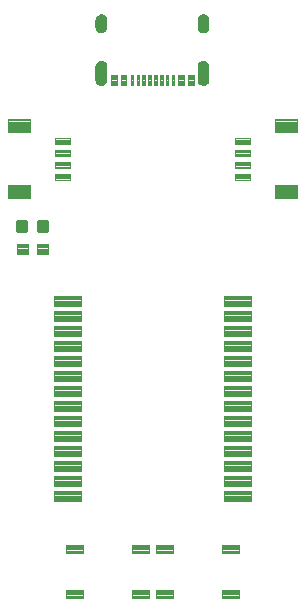
<source format=gtp>
G04 EAGLE Gerber RS-274X export*
G75*
%MOMM*%
%FSLAX34Y34*%
%LPD*%
%INSolderpaste Top*%
%IPPOS*%
%AMOC8*
5,1,8,0,0,1.08239X$1,22.5*%
G01*
%ADD10C,0.102000*%
%ADD11C,0.096000*%
%ADD12C,0.300000*%
%ADD13C,0.099059*%
%ADD14C,0.100000*%
%ADD15C,0.104500*%

G36*
X84004Y442955D02*
X84004Y442955D01*
X84007Y442951D01*
X85115Y443121D01*
X85121Y443127D01*
X85126Y443124D01*
X86168Y443536D01*
X86172Y443543D01*
X86177Y443541D01*
X87102Y444175D01*
X87104Y444183D01*
X87110Y444182D01*
X87870Y445006D01*
X87871Y445014D01*
X87877Y445014D01*
X88434Y445986D01*
X88434Y445990D01*
X88435Y445991D01*
X88433Y445993D01*
X88433Y445994D01*
X88439Y445996D01*
X88766Y447068D01*
X88765Y447073D01*
X88767Y447074D01*
X88765Y447077D01*
X88768Y447079D01*
X88849Y448196D01*
X88848Y448199D01*
X88849Y448200D01*
X88849Y460200D01*
X88844Y460207D01*
X88848Y460211D01*
X88629Y461155D01*
X88623Y461161D01*
X88625Y461166D01*
X88202Y462038D01*
X88194Y462041D01*
X88196Y462047D01*
X87589Y462803D01*
X87581Y462805D01*
X87581Y462811D01*
X86821Y463412D01*
X86812Y463412D01*
X86811Y463418D01*
X85936Y463836D01*
X85928Y463834D01*
X85926Y463839D01*
X84980Y464052D01*
X84973Y464048D01*
X84969Y464053D01*
X84000Y464049D01*
X83999Y464049D01*
X82931Y464030D01*
X82930Y464030D01*
X82929Y464030D01*
X82924Y464026D01*
X82920Y464029D01*
X81883Y463773D01*
X81878Y463766D01*
X81872Y463769D01*
X80918Y463288D01*
X80915Y463281D01*
X80909Y463282D01*
X80086Y462601D01*
X80084Y462593D01*
X80078Y462593D01*
X79427Y461746D01*
X79427Y461738D01*
X79421Y461737D01*
X78974Y460766D01*
X78976Y460758D01*
X78971Y460756D01*
X78752Y459710D01*
X78755Y459703D01*
X78751Y459700D01*
X78751Y447700D01*
X78754Y447695D01*
X78751Y447692D01*
X78931Y446597D01*
X78937Y446591D01*
X78934Y446586D01*
X79353Y445558D01*
X79360Y445554D01*
X79358Y445549D01*
X79996Y444640D01*
X80003Y444638D01*
X80003Y444632D01*
X80826Y443888D01*
X80834Y443887D01*
X80835Y443881D01*
X81803Y443339D01*
X81812Y443340D01*
X81814Y443334D01*
X82878Y443021D01*
X82886Y443024D01*
X82889Y443019D01*
X83997Y442951D01*
X84004Y442955D01*
G37*
G36*
X170502Y442954D02*
X170502Y442954D01*
X170506Y442951D01*
X171551Y443069D01*
X171557Y443075D01*
X171562Y443071D01*
X172556Y443419D01*
X172560Y443426D01*
X172565Y443424D01*
X173457Y443984D01*
X173460Y443991D01*
X173465Y443991D01*
X174209Y444735D01*
X174211Y444743D01*
X174216Y444743D01*
X174776Y445635D01*
X174776Y445642D01*
X174777Y445643D01*
X174781Y445644D01*
X175129Y446638D01*
X175126Y446646D01*
X175131Y446649D01*
X175249Y447695D01*
X175247Y447698D01*
X175249Y447700D01*
X175249Y459700D01*
X175246Y459705D01*
X175249Y459708D01*
X175091Y460704D01*
X175085Y460710D01*
X175088Y460715D01*
X174713Y461651D01*
X174706Y461655D01*
X174708Y461661D01*
X174134Y462490D01*
X174126Y462493D01*
X174127Y462498D01*
X173383Y463179D01*
X173374Y463180D01*
X173374Y463186D01*
X172497Y463684D01*
X172489Y463683D01*
X172486Y463688D01*
X171521Y463979D01*
X171513Y463976D01*
X171510Y463981D01*
X170503Y464049D01*
X170501Y464048D01*
X170500Y464049D01*
X169419Y464040D01*
X169412Y464035D01*
X169408Y464039D01*
X168356Y463790D01*
X168351Y463783D01*
X168346Y463786D01*
X167376Y463309D01*
X167373Y463301D01*
X167367Y463303D01*
X166528Y462622D01*
X166526Y462614D01*
X166520Y462614D01*
X165854Y461764D01*
X165853Y461755D01*
X165848Y461754D01*
X165387Y460777D01*
X165389Y460769D01*
X165384Y460766D01*
X165152Y459711D01*
X165153Y459709D01*
X165155Y459703D01*
X165151Y459700D01*
X165151Y447700D01*
X165155Y447695D01*
X165151Y447692D01*
X165344Y446586D01*
X165350Y446581D01*
X165347Y446576D01*
X165780Y445541D01*
X165787Y445537D01*
X165785Y445532D01*
X166438Y444619D01*
X166446Y444617D01*
X166445Y444611D01*
X167284Y443867D01*
X167293Y443866D01*
X167293Y443861D01*
X168277Y443322D01*
X168285Y443323D01*
X168287Y443318D01*
X169366Y443011D01*
X169374Y443014D01*
X169377Y443009D01*
X170497Y442951D01*
X170502Y442954D01*
G37*
G36*
X84004Y487456D02*
X84004Y487456D01*
X84009Y487452D01*
X85146Y487659D01*
X85152Y487665D01*
X85157Y487662D01*
X86219Y488117D01*
X86223Y488124D01*
X86229Y488122D01*
X87164Y488802D01*
X87166Y488810D01*
X87172Y488809D01*
X87932Y489680D01*
X87932Y489688D01*
X87938Y489689D01*
X88485Y490708D01*
X88484Y490716D01*
X88489Y490718D01*
X88495Y490737D01*
X88508Y490786D01*
X88522Y490836D01*
X88535Y490885D01*
X88549Y490934D01*
X88562Y490983D01*
X88563Y490983D01*
X88562Y490983D01*
X88576Y491033D01*
X88590Y491082D01*
X88603Y491131D01*
X88617Y491180D01*
X88630Y491230D01*
X88644Y491279D01*
X88657Y491328D01*
X88671Y491377D01*
X88685Y491427D01*
X88698Y491476D01*
X88712Y491525D01*
X88796Y491832D01*
X88793Y491840D01*
X88798Y491843D01*
X88849Y492998D01*
X88848Y492999D01*
X88849Y493000D01*
X88849Y499000D01*
X88845Y499006D01*
X88848Y499009D01*
X88636Y500090D01*
X88630Y500095D01*
X88633Y500100D01*
X88186Y501106D01*
X88179Y501110D01*
X88181Y501116D01*
X87521Y501997D01*
X87513Y502000D01*
X87513Y502005D01*
X86674Y502718D01*
X86666Y502718D01*
X86665Y502724D01*
X85688Y503232D01*
X85680Y503231D01*
X85678Y503236D01*
X84613Y503514D01*
X84605Y503511D01*
X84602Y503515D01*
X83502Y503549D01*
X83496Y503546D01*
X83493Y503549D01*
X82418Y503394D01*
X82412Y503388D01*
X82407Y503391D01*
X81393Y503001D01*
X81389Y502994D01*
X81383Y502996D01*
X80481Y502389D01*
X80479Y502381D01*
X80473Y502382D01*
X79729Y501590D01*
X79728Y501582D01*
X79722Y501582D01*
X79173Y500644D01*
X79174Y500636D01*
X79168Y500634D01*
X78841Y499598D01*
X78844Y499590D01*
X78839Y499587D01*
X78751Y498504D01*
X78753Y498501D01*
X78751Y498500D01*
X78751Y492500D01*
X78754Y492496D01*
X78751Y492494D01*
X78901Y491361D01*
X78907Y491355D01*
X78904Y491350D01*
X79302Y490280D01*
X79309Y490276D01*
X79307Y490270D01*
X79934Y489315D01*
X79942Y489312D01*
X79941Y489307D01*
X80764Y488515D01*
X80772Y488514D01*
X80773Y488508D01*
X81752Y487919D01*
X81760Y487920D01*
X81762Y487915D01*
X82847Y487559D01*
X82855Y487562D01*
X82858Y487557D01*
X83995Y487451D01*
X84004Y487456D01*
G37*
G36*
X171142Y487557D02*
X171142Y487557D01*
X171148Y487562D01*
X171153Y487559D01*
X172238Y487915D01*
X172243Y487922D01*
X172248Y487919D01*
X173227Y488508D01*
X173230Y488516D01*
X173236Y488515D01*
X174059Y489307D01*
X174060Y489315D01*
X174066Y489315D01*
X174693Y490270D01*
X174692Y490278D01*
X174698Y490280D01*
X175096Y491350D01*
X175094Y491358D01*
X175099Y491361D01*
X175249Y492494D01*
X175246Y492498D01*
X175249Y492500D01*
X175249Y498500D01*
X175246Y498504D01*
X175249Y498506D01*
X175099Y499639D01*
X175093Y499645D01*
X175096Y499650D01*
X174698Y500720D01*
X174691Y500724D01*
X174693Y500730D01*
X174066Y501685D01*
X174058Y501688D01*
X174059Y501693D01*
X173236Y502485D01*
X173228Y502486D01*
X173227Y502492D01*
X172248Y503081D01*
X172240Y503080D01*
X172238Y503085D01*
X171153Y503441D01*
X171145Y503439D01*
X171142Y503443D01*
X170005Y503549D01*
X169998Y503545D01*
X169994Y503549D01*
X168906Y503404D01*
X168900Y503398D01*
X168895Y503401D01*
X167867Y503018D01*
X167862Y503011D01*
X167857Y503013D01*
X166940Y502410D01*
X166937Y502402D01*
X166931Y502403D01*
X166171Y501611D01*
X166170Y501603D01*
X166164Y501602D01*
X165600Y500661D01*
X165601Y500653D01*
X165595Y500651D01*
X165254Y499608D01*
X165256Y499600D01*
X165252Y499597D01*
X165151Y498505D01*
X165153Y498502D01*
X165151Y498500D01*
X165151Y492500D01*
X165153Y492497D01*
X165151Y492496D01*
X165252Y491403D01*
X165257Y491397D01*
X165254Y491392D01*
X165595Y490349D01*
X165602Y490344D01*
X165600Y490339D01*
X166164Y489398D01*
X166172Y489395D01*
X166171Y489389D01*
X166931Y488597D01*
X166939Y488596D01*
X166940Y488590D01*
X167857Y487988D01*
X167865Y487988D01*
X167867Y487983D01*
X168895Y487599D01*
X168903Y487601D01*
X168906Y487596D01*
X169994Y487451D01*
X170001Y487455D01*
X170005Y487451D01*
X171142Y487557D01*
G37*
D10*
X118510Y452390D02*
X120490Y452390D01*
X120490Y443410D01*
X118510Y443410D01*
X118510Y452390D01*
X118510Y444379D02*
X120490Y444379D01*
X120490Y445348D02*
X118510Y445348D01*
X118510Y446317D02*
X120490Y446317D01*
X120490Y447286D02*
X118510Y447286D01*
X118510Y448255D02*
X120490Y448255D01*
X120490Y449224D02*
X118510Y449224D01*
X118510Y450193D02*
X120490Y450193D01*
X120490Y451162D02*
X118510Y451162D01*
X118510Y452131D02*
X120490Y452131D01*
X123510Y452390D02*
X125490Y452390D01*
X125490Y443410D01*
X123510Y443410D01*
X123510Y452390D01*
X123510Y444379D02*
X125490Y444379D01*
X125490Y445348D02*
X123510Y445348D01*
X123510Y446317D02*
X125490Y446317D01*
X125490Y447286D02*
X123510Y447286D01*
X123510Y448255D02*
X125490Y448255D01*
X125490Y449224D02*
X123510Y449224D01*
X123510Y450193D02*
X125490Y450193D01*
X125490Y451162D02*
X123510Y451162D01*
X123510Y452131D02*
X125490Y452131D01*
X97240Y452390D02*
X92260Y452390D01*
X97240Y452390D02*
X97240Y443410D01*
X92260Y443410D01*
X92260Y452390D01*
X92260Y444379D02*
X97240Y444379D01*
X97240Y445348D02*
X92260Y445348D01*
X92260Y446317D02*
X97240Y446317D01*
X97240Y447286D02*
X92260Y447286D01*
X92260Y448255D02*
X97240Y448255D01*
X97240Y449224D02*
X92260Y449224D01*
X92260Y450193D02*
X97240Y450193D01*
X97240Y451162D02*
X92260Y451162D01*
X92260Y452131D02*
X97240Y452131D01*
X100010Y452390D02*
X104990Y452390D01*
X104990Y443410D01*
X100010Y443410D01*
X100010Y452390D01*
X100010Y444379D02*
X104990Y444379D01*
X104990Y445348D02*
X100010Y445348D01*
X100010Y446317D02*
X104990Y446317D01*
X104990Y447286D02*
X100010Y447286D01*
X100010Y448255D02*
X104990Y448255D01*
X104990Y449224D02*
X100010Y449224D01*
X100010Y450193D02*
X104990Y450193D01*
X104990Y451162D02*
X100010Y451162D01*
X100010Y452131D02*
X104990Y452131D01*
X108510Y452390D02*
X110490Y452390D01*
X110490Y443410D01*
X108510Y443410D01*
X108510Y452390D01*
X108510Y444379D02*
X110490Y444379D01*
X110490Y445348D02*
X108510Y445348D01*
X108510Y446317D02*
X110490Y446317D01*
X110490Y447286D02*
X108510Y447286D01*
X108510Y448255D02*
X110490Y448255D01*
X110490Y449224D02*
X108510Y449224D01*
X108510Y450193D02*
X110490Y450193D01*
X110490Y451162D02*
X108510Y451162D01*
X108510Y452131D02*
X110490Y452131D01*
X113510Y452390D02*
X115490Y452390D01*
X115490Y443410D01*
X113510Y443410D01*
X113510Y452390D01*
X113510Y444379D02*
X115490Y444379D01*
X115490Y445348D02*
X113510Y445348D01*
X113510Y446317D02*
X115490Y446317D01*
X115490Y447286D02*
X113510Y447286D01*
X113510Y448255D02*
X115490Y448255D01*
X115490Y449224D02*
X113510Y449224D01*
X113510Y450193D02*
X115490Y450193D01*
X115490Y451162D02*
X113510Y451162D01*
X113510Y452131D02*
X115490Y452131D01*
X133510Y443410D02*
X135490Y443410D01*
X133510Y443410D02*
X133510Y452390D01*
X135490Y452390D01*
X135490Y443410D01*
X135490Y444379D02*
X133510Y444379D01*
X133510Y445348D02*
X135490Y445348D01*
X135490Y446317D02*
X133510Y446317D01*
X133510Y447286D02*
X135490Y447286D01*
X135490Y448255D02*
X133510Y448255D01*
X133510Y449224D02*
X135490Y449224D01*
X135490Y450193D02*
X133510Y450193D01*
X133510Y451162D02*
X135490Y451162D01*
X135490Y452131D02*
X133510Y452131D01*
X130490Y443410D02*
X128510Y443410D01*
X128510Y452390D01*
X130490Y452390D01*
X130490Y443410D01*
X130490Y444379D02*
X128510Y444379D01*
X128510Y445348D02*
X130490Y445348D01*
X130490Y446317D02*
X128510Y446317D01*
X128510Y447286D02*
X130490Y447286D01*
X130490Y448255D02*
X128510Y448255D01*
X128510Y449224D02*
X130490Y449224D01*
X130490Y450193D02*
X128510Y450193D01*
X128510Y451162D02*
X130490Y451162D01*
X130490Y452131D02*
X128510Y452131D01*
X156760Y443410D02*
X161740Y443410D01*
X156760Y443410D02*
X156760Y452390D01*
X161740Y452390D01*
X161740Y443410D01*
X161740Y444379D02*
X156760Y444379D01*
X156760Y445348D02*
X161740Y445348D01*
X161740Y446317D02*
X156760Y446317D01*
X156760Y447286D02*
X161740Y447286D01*
X161740Y448255D02*
X156760Y448255D01*
X156760Y449224D02*
X161740Y449224D01*
X161740Y450193D02*
X156760Y450193D01*
X156760Y451162D02*
X161740Y451162D01*
X161740Y452131D02*
X156760Y452131D01*
X153990Y443410D02*
X149010Y443410D01*
X149010Y452390D01*
X153990Y452390D01*
X153990Y443410D01*
X153990Y444379D02*
X149010Y444379D01*
X149010Y445348D02*
X153990Y445348D01*
X153990Y446317D02*
X149010Y446317D01*
X149010Y447286D02*
X153990Y447286D01*
X153990Y448255D02*
X149010Y448255D01*
X149010Y449224D02*
X153990Y449224D01*
X153990Y450193D02*
X149010Y450193D01*
X149010Y451162D02*
X153990Y451162D01*
X153990Y452131D02*
X149010Y452131D01*
X145490Y443410D02*
X143510Y443410D01*
X143510Y452390D01*
X145490Y452390D01*
X145490Y443410D01*
X145490Y444379D02*
X143510Y444379D01*
X143510Y445348D02*
X145490Y445348D01*
X145490Y446317D02*
X143510Y446317D01*
X143510Y447286D02*
X145490Y447286D01*
X145490Y448255D02*
X143510Y448255D01*
X143510Y449224D02*
X145490Y449224D01*
X145490Y450193D02*
X143510Y450193D01*
X143510Y451162D02*
X145490Y451162D01*
X145490Y452131D02*
X143510Y452131D01*
X140490Y443410D02*
X138510Y443410D01*
X138510Y452390D01*
X140490Y452390D01*
X140490Y443410D01*
X140490Y444379D02*
X138510Y444379D01*
X138510Y445348D02*
X140490Y445348D01*
X140490Y446317D02*
X138510Y446317D01*
X138510Y447286D02*
X140490Y447286D01*
X140490Y448255D02*
X138510Y448255D01*
X138510Y449224D02*
X140490Y449224D01*
X140490Y450193D02*
X138510Y450193D01*
X138510Y451162D02*
X140490Y451162D01*
X140490Y452131D02*
X138510Y452131D01*
D11*
X4530Y414520D02*
X4530Y403480D01*
X4530Y414520D02*
X23570Y414520D01*
X23570Y403480D01*
X4530Y403480D01*
X4530Y404392D02*
X23570Y404392D01*
X23570Y405304D02*
X4530Y405304D01*
X4530Y406216D02*
X23570Y406216D01*
X23570Y407128D02*
X4530Y407128D01*
X4530Y408040D02*
X23570Y408040D01*
X23570Y408952D02*
X4530Y408952D01*
X4530Y409864D02*
X23570Y409864D01*
X23570Y410776D02*
X4530Y410776D01*
X4530Y411688D02*
X23570Y411688D01*
X23570Y412600D02*
X4530Y412600D01*
X4530Y413512D02*
X23570Y413512D01*
X23570Y414424D02*
X4530Y414424D01*
X4530Y358520D02*
X4530Y347480D01*
X4530Y358520D02*
X23570Y358520D01*
X23570Y347480D01*
X4530Y347480D01*
X4530Y348392D02*
X23570Y348392D01*
X23570Y349304D02*
X4530Y349304D01*
X4530Y350216D02*
X23570Y350216D01*
X23570Y351128D02*
X4530Y351128D01*
X4530Y352040D02*
X23570Y352040D01*
X23570Y352952D02*
X4530Y352952D01*
X4530Y353864D02*
X23570Y353864D01*
X23570Y354776D02*
X4530Y354776D01*
X4530Y355688D02*
X23570Y355688D01*
X23570Y356600D02*
X4530Y356600D01*
X4530Y357512D02*
X23570Y357512D01*
X23570Y358424D02*
X4530Y358424D01*
D10*
X44560Y393510D02*
X44560Y398490D01*
X57040Y398490D01*
X57040Y393510D01*
X44560Y393510D01*
X44560Y394479D02*
X57040Y394479D01*
X57040Y395448D02*
X44560Y395448D01*
X44560Y396417D02*
X57040Y396417D01*
X57040Y397386D02*
X44560Y397386D01*
X44560Y398355D02*
X57040Y398355D01*
X44560Y388490D02*
X44560Y383510D01*
X44560Y388490D02*
X57040Y388490D01*
X57040Y383510D01*
X44560Y383510D01*
X44560Y384479D02*
X57040Y384479D01*
X57040Y385448D02*
X44560Y385448D01*
X44560Y386417D02*
X57040Y386417D01*
X57040Y387386D02*
X44560Y387386D01*
X44560Y388355D02*
X57040Y388355D01*
X44560Y378490D02*
X44560Y373510D01*
X44560Y378490D02*
X57040Y378490D01*
X57040Y373510D01*
X44560Y373510D01*
X44560Y374479D02*
X57040Y374479D01*
X57040Y375448D02*
X44560Y375448D01*
X44560Y376417D02*
X57040Y376417D01*
X57040Y377386D02*
X44560Y377386D01*
X44560Y378355D02*
X57040Y378355D01*
X44560Y368490D02*
X44560Y363510D01*
X44560Y368490D02*
X57040Y368490D01*
X57040Y363510D01*
X44560Y363510D01*
X44560Y364479D02*
X57040Y364479D01*
X57040Y365448D02*
X44560Y365448D01*
X44560Y366417D02*
X57040Y366417D01*
X57040Y367386D02*
X44560Y367386D01*
X44560Y368355D02*
X57040Y368355D01*
D12*
X20130Y327350D02*
X20130Y320350D01*
X13130Y320350D01*
X13130Y327350D01*
X20130Y327350D01*
X20130Y323200D02*
X13130Y323200D01*
X13130Y326050D02*
X20130Y326050D01*
X37670Y327350D02*
X37670Y320350D01*
X30670Y320350D01*
X30670Y327350D01*
X37670Y327350D01*
X37670Y323200D02*
X30670Y323200D01*
X30670Y326050D02*
X37670Y326050D01*
D11*
X249470Y347480D02*
X249470Y358520D01*
X249470Y347480D02*
X230430Y347480D01*
X230430Y358520D01*
X249470Y358520D01*
X249470Y348392D02*
X230430Y348392D01*
X230430Y349304D02*
X249470Y349304D01*
X249470Y350216D02*
X230430Y350216D01*
X230430Y351128D02*
X249470Y351128D01*
X249470Y352040D02*
X230430Y352040D01*
X230430Y352952D02*
X249470Y352952D01*
X249470Y353864D02*
X230430Y353864D01*
X230430Y354776D02*
X249470Y354776D01*
X249470Y355688D02*
X230430Y355688D01*
X230430Y356600D02*
X249470Y356600D01*
X249470Y357512D02*
X230430Y357512D01*
X230430Y358424D02*
X249470Y358424D01*
X249470Y403480D02*
X249470Y414520D01*
X249470Y403480D02*
X230430Y403480D01*
X230430Y414520D01*
X249470Y414520D01*
X249470Y404392D02*
X230430Y404392D01*
X230430Y405304D02*
X249470Y405304D01*
X249470Y406216D02*
X230430Y406216D01*
X230430Y407128D02*
X249470Y407128D01*
X249470Y408040D02*
X230430Y408040D01*
X230430Y408952D02*
X249470Y408952D01*
X249470Y409864D02*
X230430Y409864D01*
X230430Y410776D02*
X249470Y410776D01*
X249470Y411688D02*
X230430Y411688D01*
X230430Y412600D02*
X249470Y412600D01*
X249470Y413512D02*
X230430Y413512D01*
X230430Y414424D02*
X249470Y414424D01*
D10*
X209440Y368490D02*
X209440Y363510D01*
X196960Y363510D01*
X196960Y368490D01*
X209440Y368490D01*
X209440Y364479D02*
X196960Y364479D01*
X196960Y365448D02*
X209440Y365448D01*
X209440Y366417D02*
X196960Y366417D01*
X196960Y367386D02*
X209440Y367386D01*
X209440Y368355D02*
X196960Y368355D01*
X209440Y373510D02*
X209440Y378490D01*
X209440Y373510D02*
X196960Y373510D01*
X196960Y378490D01*
X209440Y378490D01*
X209440Y374479D02*
X196960Y374479D01*
X196960Y375448D02*
X209440Y375448D01*
X209440Y376417D02*
X196960Y376417D01*
X196960Y377386D02*
X209440Y377386D01*
X209440Y378355D02*
X196960Y378355D01*
X209440Y383510D02*
X209440Y388490D01*
X209440Y383510D02*
X196960Y383510D01*
X196960Y388490D01*
X209440Y388490D01*
X209440Y384479D02*
X196960Y384479D01*
X196960Y385448D02*
X209440Y385448D01*
X209440Y386417D02*
X196960Y386417D01*
X196960Y387386D02*
X209440Y387386D01*
X209440Y388355D02*
X196960Y388355D01*
X209440Y393510D02*
X209440Y398490D01*
X209440Y393510D02*
X196960Y393510D01*
X196960Y398490D01*
X209440Y398490D01*
X209440Y394479D02*
X196960Y394479D01*
X196960Y395448D02*
X209440Y395448D01*
X209440Y396417D02*
X196960Y396417D01*
X196960Y397386D02*
X209440Y397386D01*
X209440Y398355D02*
X196960Y398355D01*
D13*
X68085Y54115D02*
X68085Y47485D01*
X53835Y47485D01*
X53835Y54115D01*
X68085Y54115D01*
X68085Y48426D02*
X53835Y48426D01*
X53835Y49367D02*
X68085Y49367D01*
X68085Y50308D02*
X53835Y50308D01*
X53835Y51249D02*
X68085Y51249D01*
X68085Y52190D02*
X53835Y52190D01*
X53835Y53131D02*
X68085Y53131D01*
X68085Y54072D02*
X53835Y54072D01*
X123965Y54115D02*
X123965Y47485D01*
X109715Y47485D01*
X109715Y54115D01*
X123965Y54115D01*
X123965Y48426D02*
X109715Y48426D01*
X109715Y49367D02*
X123965Y49367D01*
X123965Y50308D02*
X109715Y50308D01*
X109715Y51249D02*
X123965Y51249D01*
X123965Y52190D02*
X109715Y52190D01*
X109715Y53131D02*
X123965Y53131D01*
X123965Y54072D02*
X109715Y54072D01*
X68085Y16015D02*
X68085Y9385D01*
X53835Y9385D01*
X53835Y16015D01*
X68085Y16015D01*
X68085Y10326D02*
X53835Y10326D01*
X53835Y11267D02*
X68085Y11267D01*
X68085Y12208D02*
X53835Y12208D01*
X53835Y13149D02*
X68085Y13149D01*
X68085Y14090D02*
X53835Y14090D01*
X53835Y15031D02*
X68085Y15031D01*
X68085Y15972D02*
X53835Y15972D01*
X123965Y16015D02*
X123965Y9385D01*
X109715Y9385D01*
X109715Y16015D01*
X123965Y16015D01*
X123965Y10326D02*
X109715Y10326D01*
X109715Y11267D02*
X123965Y11267D01*
X123965Y12208D02*
X109715Y12208D01*
X109715Y13149D02*
X123965Y13149D01*
X123965Y14090D02*
X109715Y14090D01*
X109715Y15031D02*
X123965Y15031D01*
X123965Y15972D02*
X109715Y15972D01*
X144285Y47485D02*
X144285Y54115D01*
X144285Y47485D02*
X130035Y47485D01*
X130035Y54115D01*
X144285Y54115D01*
X144285Y48426D02*
X130035Y48426D01*
X130035Y49367D02*
X144285Y49367D01*
X144285Y50308D02*
X130035Y50308D01*
X130035Y51249D02*
X144285Y51249D01*
X144285Y52190D02*
X130035Y52190D01*
X130035Y53131D02*
X144285Y53131D01*
X144285Y54072D02*
X130035Y54072D01*
X200165Y54115D02*
X200165Y47485D01*
X185915Y47485D01*
X185915Y54115D01*
X200165Y54115D01*
X200165Y48426D02*
X185915Y48426D01*
X185915Y49367D02*
X200165Y49367D01*
X200165Y50308D02*
X185915Y50308D01*
X185915Y51249D02*
X200165Y51249D01*
X200165Y52190D02*
X185915Y52190D01*
X185915Y53131D02*
X200165Y53131D01*
X200165Y54072D02*
X185915Y54072D01*
X144285Y16015D02*
X144285Y9385D01*
X130035Y9385D01*
X130035Y16015D01*
X144285Y16015D01*
X144285Y10326D02*
X130035Y10326D01*
X130035Y11267D02*
X144285Y11267D01*
X144285Y12208D02*
X130035Y12208D01*
X130035Y13149D02*
X144285Y13149D01*
X144285Y14090D02*
X130035Y14090D01*
X130035Y15031D02*
X144285Y15031D01*
X144285Y15972D02*
X130035Y15972D01*
X200165Y16015D02*
X200165Y9385D01*
X185915Y9385D01*
X185915Y16015D01*
X200165Y16015D01*
X200165Y10326D02*
X185915Y10326D01*
X185915Y11267D02*
X200165Y11267D01*
X200165Y12208D02*
X185915Y12208D01*
X185915Y13149D02*
X200165Y13149D01*
X200165Y14090D02*
X185915Y14090D01*
X185915Y15031D02*
X200165Y15031D01*
X200165Y15972D02*
X185915Y15972D01*
D14*
X38900Y309300D02*
X28900Y309300D01*
X38900Y309300D02*
X38900Y300300D01*
X28900Y300300D01*
X28900Y309300D01*
X28900Y301250D02*
X38900Y301250D01*
X38900Y302200D02*
X28900Y302200D01*
X28900Y303150D02*
X38900Y303150D01*
X38900Y304100D02*
X28900Y304100D01*
X28900Y305050D02*
X38900Y305050D01*
X38900Y306000D02*
X28900Y306000D01*
X28900Y306950D02*
X38900Y306950D01*
X38900Y307900D02*
X28900Y307900D01*
X28900Y308850D02*
X38900Y308850D01*
X21900Y309300D02*
X11900Y309300D01*
X21900Y309300D02*
X21900Y300300D01*
X11900Y300300D01*
X11900Y309300D01*
X11900Y301250D02*
X21900Y301250D01*
X21900Y302200D02*
X11900Y302200D01*
X11900Y303150D02*
X21900Y303150D01*
X21900Y304100D02*
X11900Y304100D01*
X11900Y305050D02*
X21900Y305050D01*
X21900Y306000D02*
X11900Y306000D01*
X11900Y306950D02*
X21900Y306950D01*
X21900Y307900D02*
X11900Y307900D01*
X11900Y308850D02*
X21900Y308850D01*
D15*
X43418Y256122D02*
X66374Y256122D01*
X43418Y256122D02*
X43418Y264578D01*
X66374Y264578D01*
X66374Y256122D01*
X66374Y257115D02*
X43418Y257115D01*
X43418Y258108D02*
X66374Y258108D01*
X66374Y259101D02*
X43418Y259101D01*
X43418Y260094D02*
X66374Y260094D01*
X66374Y261087D02*
X43418Y261087D01*
X43418Y262080D02*
X66374Y262080D01*
X66374Y263073D02*
X43418Y263073D01*
X43418Y264066D02*
X66374Y264066D01*
X66374Y243422D02*
X43418Y243422D01*
X43418Y251878D01*
X66374Y251878D01*
X66374Y243422D01*
X66374Y244415D02*
X43418Y244415D01*
X43418Y245408D02*
X66374Y245408D01*
X66374Y246401D02*
X43418Y246401D01*
X43418Y247394D02*
X66374Y247394D01*
X66374Y248387D02*
X43418Y248387D01*
X43418Y249380D02*
X66374Y249380D01*
X66374Y250373D02*
X43418Y250373D01*
X43418Y251366D02*
X66374Y251366D01*
X66374Y230722D02*
X43418Y230722D01*
X43418Y239178D01*
X66374Y239178D01*
X66374Y230722D01*
X66374Y231715D02*
X43418Y231715D01*
X43418Y232708D02*
X66374Y232708D01*
X66374Y233701D02*
X43418Y233701D01*
X43418Y234694D02*
X66374Y234694D01*
X66374Y235687D02*
X43418Y235687D01*
X43418Y236680D02*
X66374Y236680D01*
X66374Y237673D02*
X43418Y237673D01*
X43418Y238666D02*
X66374Y238666D01*
X66374Y218022D02*
X43418Y218022D01*
X43418Y226478D01*
X66374Y226478D01*
X66374Y218022D01*
X66374Y219015D02*
X43418Y219015D01*
X43418Y220008D02*
X66374Y220008D01*
X66374Y221001D02*
X43418Y221001D01*
X43418Y221994D02*
X66374Y221994D01*
X66374Y222987D02*
X43418Y222987D01*
X43418Y223980D02*
X66374Y223980D01*
X66374Y224973D02*
X43418Y224973D01*
X43418Y225966D02*
X66374Y225966D01*
X66374Y205322D02*
X43418Y205322D01*
X43418Y213778D01*
X66374Y213778D01*
X66374Y205322D01*
X66374Y206315D02*
X43418Y206315D01*
X43418Y207308D02*
X66374Y207308D01*
X66374Y208301D02*
X43418Y208301D01*
X43418Y209294D02*
X66374Y209294D01*
X66374Y210287D02*
X43418Y210287D01*
X43418Y211280D02*
X66374Y211280D01*
X66374Y212273D02*
X43418Y212273D01*
X43418Y213266D02*
X66374Y213266D01*
X66374Y192622D02*
X43418Y192622D01*
X43418Y201078D01*
X66374Y201078D01*
X66374Y192622D01*
X66374Y193615D02*
X43418Y193615D01*
X43418Y194608D02*
X66374Y194608D01*
X66374Y195601D02*
X43418Y195601D01*
X43418Y196594D02*
X66374Y196594D01*
X66374Y197587D02*
X43418Y197587D01*
X43418Y198580D02*
X66374Y198580D01*
X66374Y199573D02*
X43418Y199573D01*
X43418Y200566D02*
X66374Y200566D01*
X66374Y179922D02*
X43418Y179922D01*
X43418Y188378D01*
X66374Y188378D01*
X66374Y179922D01*
X66374Y180915D02*
X43418Y180915D01*
X43418Y181908D02*
X66374Y181908D01*
X66374Y182901D02*
X43418Y182901D01*
X43418Y183894D02*
X66374Y183894D01*
X66374Y184887D02*
X43418Y184887D01*
X43418Y185880D02*
X66374Y185880D01*
X66374Y186873D02*
X43418Y186873D01*
X43418Y187866D02*
X66374Y187866D01*
X66374Y167222D02*
X43418Y167222D01*
X43418Y175678D01*
X66374Y175678D01*
X66374Y167222D01*
X66374Y168215D02*
X43418Y168215D01*
X43418Y169208D02*
X66374Y169208D01*
X66374Y170201D02*
X43418Y170201D01*
X43418Y171194D02*
X66374Y171194D01*
X66374Y172187D02*
X43418Y172187D01*
X43418Y173180D02*
X66374Y173180D01*
X66374Y174173D02*
X43418Y174173D01*
X43418Y175166D02*
X66374Y175166D01*
X66374Y154522D02*
X43418Y154522D01*
X43418Y162978D01*
X66374Y162978D01*
X66374Y154522D01*
X66374Y155515D02*
X43418Y155515D01*
X43418Y156508D02*
X66374Y156508D01*
X66374Y157501D02*
X43418Y157501D01*
X43418Y158494D02*
X66374Y158494D01*
X66374Y159487D02*
X43418Y159487D01*
X43418Y160480D02*
X66374Y160480D01*
X66374Y161473D02*
X43418Y161473D01*
X43418Y162466D02*
X66374Y162466D01*
X66374Y141822D02*
X43418Y141822D01*
X43418Y150278D01*
X66374Y150278D01*
X66374Y141822D01*
X66374Y142815D02*
X43418Y142815D01*
X43418Y143808D02*
X66374Y143808D01*
X66374Y144801D02*
X43418Y144801D01*
X43418Y145794D02*
X66374Y145794D01*
X66374Y146787D02*
X43418Y146787D01*
X43418Y147780D02*
X66374Y147780D01*
X66374Y148773D02*
X43418Y148773D01*
X43418Y149766D02*
X66374Y149766D01*
X66374Y129122D02*
X43418Y129122D01*
X43418Y137578D01*
X66374Y137578D01*
X66374Y129122D01*
X66374Y130115D02*
X43418Y130115D01*
X43418Y131108D02*
X66374Y131108D01*
X66374Y132101D02*
X43418Y132101D01*
X43418Y133094D02*
X66374Y133094D01*
X66374Y134087D02*
X43418Y134087D01*
X43418Y135080D02*
X66374Y135080D01*
X66374Y136073D02*
X43418Y136073D01*
X43418Y137066D02*
X66374Y137066D01*
X66374Y116422D02*
X43418Y116422D01*
X43418Y124878D01*
X66374Y124878D01*
X66374Y116422D01*
X66374Y117415D02*
X43418Y117415D01*
X43418Y118408D02*
X66374Y118408D01*
X66374Y119401D02*
X43418Y119401D01*
X43418Y120394D02*
X66374Y120394D01*
X66374Y121387D02*
X43418Y121387D01*
X43418Y122380D02*
X66374Y122380D01*
X66374Y123373D02*
X43418Y123373D01*
X43418Y124366D02*
X66374Y124366D01*
X66374Y103722D02*
X43418Y103722D01*
X43418Y112178D01*
X66374Y112178D01*
X66374Y103722D01*
X66374Y104715D02*
X43418Y104715D01*
X43418Y105708D02*
X66374Y105708D01*
X66374Y106701D02*
X43418Y106701D01*
X43418Y107694D02*
X66374Y107694D01*
X66374Y108687D02*
X43418Y108687D01*
X43418Y109680D02*
X66374Y109680D01*
X66374Y110673D02*
X43418Y110673D01*
X43418Y111666D02*
X66374Y111666D01*
X66374Y91022D02*
X43418Y91022D01*
X43418Y99478D01*
X66374Y99478D01*
X66374Y91022D01*
X66374Y92015D02*
X43418Y92015D01*
X43418Y93008D02*
X66374Y93008D01*
X66374Y94001D02*
X43418Y94001D01*
X43418Y94994D02*
X66374Y94994D01*
X66374Y95987D02*
X43418Y95987D01*
X43418Y96980D02*
X66374Y96980D01*
X66374Y97973D02*
X43418Y97973D01*
X43418Y98966D02*
X66374Y98966D01*
X187626Y91022D02*
X210582Y91022D01*
X187626Y91022D02*
X187626Y99478D01*
X210582Y99478D01*
X210582Y91022D01*
X210582Y92015D02*
X187626Y92015D01*
X187626Y93008D02*
X210582Y93008D01*
X210582Y94001D02*
X187626Y94001D01*
X187626Y94994D02*
X210582Y94994D01*
X210582Y95987D02*
X187626Y95987D01*
X187626Y96980D02*
X210582Y96980D01*
X210582Y97973D02*
X187626Y97973D01*
X187626Y98966D02*
X210582Y98966D01*
X210582Y103722D02*
X187626Y103722D01*
X187626Y112178D01*
X210582Y112178D01*
X210582Y103722D01*
X210582Y104715D02*
X187626Y104715D01*
X187626Y105708D02*
X210582Y105708D01*
X210582Y106701D02*
X187626Y106701D01*
X187626Y107694D02*
X210582Y107694D01*
X210582Y108687D02*
X187626Y108687D01*
X187626Y109680D02*
X210582Y109680D01*
X210582Y110673D02*
X187626Y110673D01*
X187626Y111666D02*
X210582Y111666D01*
X210582Y116422D02*
X187626Y116422D01*
X187626Y124878D01*
X210582Y124878D01*
X210582Y116422D01*
X210582Y117415D02*
X187626Y117415D01*
X187626Y118408D02*
X210582Y118408D01*
X210582Y119401D02*
X187626Y119401D01*
X187626Y120394D02*
X210582Y120394D01*
X210582Y121387D02*
X187626Y121387D01*
X187626Y122380D02*
X210582Y122380D01*
X210582Y123373D02*
X187626Y123373D01*
X187626Y124366D02*
X210582Y124366D01*
X210582Y129122D02*
X187626Y129122D01*
X187626Y137578D01*
X210582Y137578D01*
X210582Y129122D01*
X210582Y130115D02*
X187626Y130115D01*
X187626Y131108D02*
X210582Y131108D01*
X210582Y132101D02*
X187626Y132101D01*
X187626Y133094D02*
X210582Y133094D01*
X210582Y134087D02*
X187626Y134087D01*
X187626Y135080D02*
X210582Y135080D01*
X210582Y136073D02*
X187626Y136073D01*
X187626Y137066D02*
X210582Y137066D01*
X210582Y141822D02*
X187626Y141822D01*
X187626Y150278D01*
X210582Y150278D01*
X210582Y141822D01*
X210582Y142815D02*
X187626Y142815D01*
X187626Y143808D02*
X210582Y143808D01*
X210582Y144801D02*
X187626Y144801D01*
X187626Y145794D02*
X210582Y145794D01*
X210582Y146787D02*
X187626Y146787D01*
X187626Y147780D02*
X210582Y147780D01*
X210582Y148773D02*
X187626Y148773D01*
X187626Y149766D02*
X210582Y149766D01*
X210582Y154522D02*
X187626Y154522D01*
X187626Y162978D01*
X210582Y162978D01*
X210582Y154522D01*
X210582Y155515D02*
X187626Y155515D01*
X187626Y156508D02*
X210582Y156508D01*
X210582Y157501D02*
X187626Y157501D01*
X187626Y158494D02*
X210582Y158494D01*
X210582Y159487D02*
X187626Y159487D01*
X187626Y160480D02*
X210582Y160480D01*
X210582Y161473D02*
X187626Y161473D01*
X187626Y162466D02*
X210582Y162466D01*
X210582Y167222D02*
X187626Y167222D01*
X187626Y175678D01*
X210582Y175678D01*
X210582Y167222D01*
X210582Y168215D02*
X187626Y168215D01*
X187626Y169208D02*
X210582Y169208D01*
X210582Y170201D02*
X187626Y170201D01*
X187626Y171194D02*
X210582Y171194D01*
X210582Y172187D02*
X187626Y172187D01*
X187626Y173180D02*
X210582Y173180D01*
X210582Y174173D02*
X187626Y174173D01*
X187626Y175166D02*
X210582Y175166D01*
X210582Y179922D02*
X187626Y179922D01*
X187626Y188378D01*
X210582Y188378D01*
X210582Y179922D01*
X210582Y180915D02*
X187626Y180915D01*
X187626Y181908D02*
X210582Y181908D01*
X210582Y182901D02*
X187626Y182901D01*
X187626Y183894D02*
X210582Y183894D01*
X210582Y184887D02*
X187626Y184887D01*
X187626Y185880D02*
X210582Y185880D01*
X210582Y186873D02*
X187626Y186873D01*
X187626Y187866D02*
X210582Y187866D01*
X210582Y192622D02*
X187626Y192622D01*
X187626Y201078D01*
X210582Y201078D01*
X210582Y192622D01*
X210582Y193615D02*
X187626Y193615D01*
X187626Y194608D02*
X210582Y194608D01*
X210582Y195601D02*
X187626Y195601D01*
X187626Y196594D02*
X210582Y196594D01*
X210582Y197587D02*
X187626Y197587D01*
X187626Y198580D02*
X210582Y198580D01*
X210582Y199573D02*
X187626Y199573D01*
X187626Y200566D02*
X210582Y200566D01*
X210582Y205322D02*
X187626Y205322D01*
X187626Y213778D01*
X210582Y213778D01*
X210582Y205322D01*
X210582Y206315D02*
X187626Y206315D01*
X187626Y207308D02*
X210582Y207308D01*
X210582Y208301D02*
X187626Y208301D01*
X187626Y209294D02*
X210582Y209294D01*
X210582Y210287D02*
X187626Y210287D01*
X187626Y211280D02*
X210582Y211280D01*
X210582Y212273D02*
X187626Y212273D01*
X187626Y213266D02*
X210582Y213266D01*
X210582Y218022D02*
X187626Y218022D01*
X187626Y226478D01*
X210582Y226478D01*
X210582Y218022D01*
X210582Y219015D02*
X187626Y219015D01*
X187626Y220008D02*
X210582Y220008D01*
X210582Y221001D02*
X187626Y221001D01*
X187626Y221994D02*
X210582Y221994D01*
X210582Y222987D02*
X187626Y222987D01*
X187626Y223980D02*
X210582Y223980D01*
X210582Y224973D02*
X187626Y224973D01*
X187626Y225966D02*
X210582Y225966D01*
X210582Y230722D02*
X187626Y230722D01*
X187626Y239178D01*
X210582Y239178D01*
X210582Y230722D01*
X210582Y231715D02*
X187626Y231715D01*
X187626Y232708D02*
X210582Y232708D01*
X210582Y233701D02*
X187626Y233701D01*
X187626Y234694D02*
X210582Y234694D01*
X210582Y235687D02*
X187626Y235687D01*
X187626Y236680D02*
X210582Y236680D01*
X210582Y237673D02*
X187626Y237673D01*
X187626Y238666D02*
X210582Y238666D01*
X210582Y243422D02*
X187626Y243422D01*
X187626Y251878D01*
X210582Y251878D01*
X210582Y243422D01*
X210582Y244415D02*
X187626Y244415D01*
X187626Y245408D02*
X210582Y245408D01*
X210582Y246401D02*
X187626Y246401D01*
X187626Y247394D02*
X210582Y247394D01*
X210582Y248387D02*
X187626Y248387D01*
X187626Y249380D02*
X210582Y249380D01*
X210582Y250373D02*
X187626Y250373D01*
X187626Y251366D02*
X210582Y251366D01*
X210582Y256122D02*
X187626Y256122D01*
X187626Y264578D01*
X210582Y264578D01*
X210582Y256122D01*
X210582Y257115D02*
X187626Y257115D01*
X187626Y258108D02*
X210582Y258108D01*
X210582Y259101D02*
X187626Y259101D01*
X187626Y260094D02*
X210582Y260094D01*
X210582Y261087D02*
X187626Y261087D01*
X187626Y262080D02*
X210582Y262080D01*
X210582Y263073D02*
X187626Y263073D01*
X187626Y264066D02*
X210582Y264066D01*
M02*

</source>
